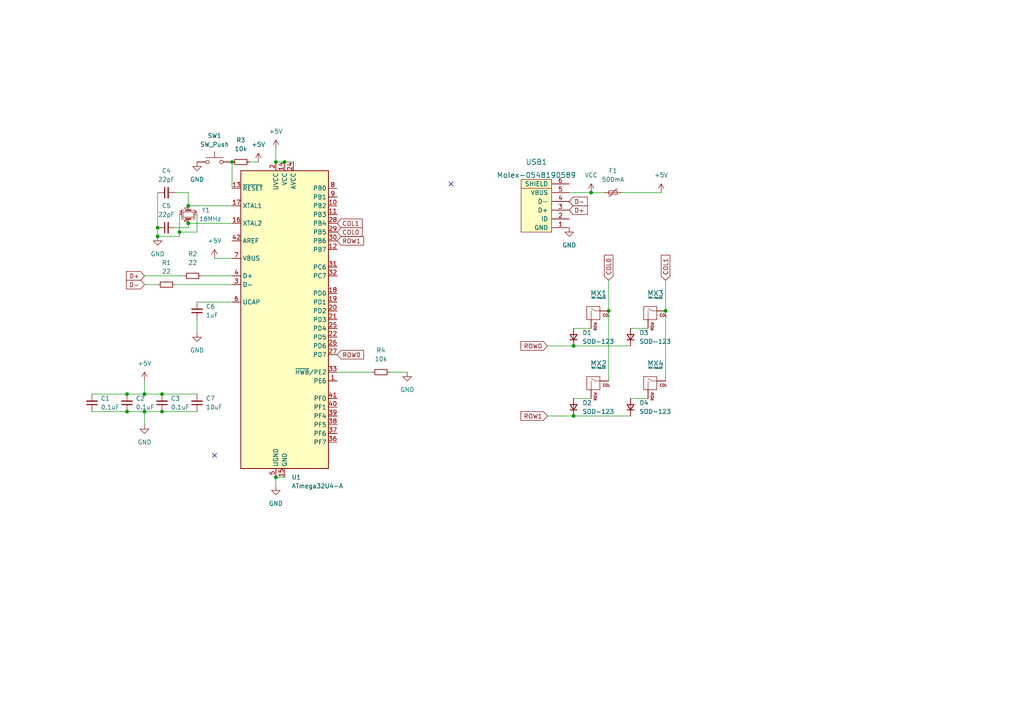
<source format=kicad_sch>
(kicad_sch (version 20211123) (generator eeschema)
  (paper "A4")
  (lib_symbols
    (symbol "Device:C_Small" (pin_numbers hide) (pin_names (offset 0.254) hide)
      (property "Reference" "C" (at 0.254 1.778 0))
      (property "Value" "C_Small" (at 0.254 -2.032 0))
      (symbol "C_Small_0_1"
        (polyline (pts (xy -1.524 -0.508) (xy 1.524 -0.508)) (stroke (width 0.3302)))
        (polyline (pts (xy -1.524 0.508) (xy 1.524 0.508)) (stroke (width 0.3048)))
      )
      (symbol "C_Small_1_1"
        (pin passive line (at 0 2.54 270) (length 2.032) (name "~") (number "1"))
        (pin passive line (at 0 -2.54 90) (length 2.032) (name "~") (number "2"))
      )
    )
    (symbol "Device:Crystal_GND24_Small" (pin_names (offset 1.016) hide)
      (property "Reference" "Y" (at 1.27 4.445 0))
      (property "Value" "Crystal_GND24_Small" (at 1.27 2.54 0))
      (symbol "Crystal_GND24_Small_0_1"
        (rectangle (start -0.762 -1.524) (end 0.762 1.524))
        (polyline (pts (xy -1.27 -0.762) (xy -1.27 0.762)) (stroke (width 0.381)))
        (polyline (pts (xy 1.27 -0.762) (xy 1.27 0.762)) (stroke (width 0.381)))
        (polyline (pts (xy -1.27 -1.27) (xy -1.27 -1.905) (xy 1.27 -1.905) (xy 1.27 -1.27)))
        (polyline (pts (xy -1.27 1.27) (xy -1.27 1.905) (xy 1.27 1.905) (xy 1.27 1.27)))
      )
      (symbol "Crystal_GND24_Small_1_1"
        (pin passive line (at -2.54 0 0) (length 1.27) (name "1") (number "1"))
        (pin passive line (at 0 -2.54 90) (length 0.635) (name "2") (number "2"))
        (pin passive line (at 2.54 0 180) (length 1.27) (name "3") (number "3"))
        (pin passive line (at 0 2.54 270) (length 0.635) (name "4") (number "4"))
      )
    )
    (symbol "Device:D_Small" (pin_numbers hide) (pin_names (offset 0.254) hide)
      (property "Reference" "D" (at -1.27 2.032 0))
      (property "Value" "D_Small" (at -3.81 -2.032 0))
      (symbol "D_Small_0_1"
        (polyline (pts (xy -0.762 -1.016) (xy -0.762 1.016)) (stroke (width 0.254)))
        (polyline (pts (xy -0.762 0) (xy 0.762 0)))
        (polyline (pts (xy 0.762 -1.016) (xy -0.762 0) (xy 0.762 1.016) (xy 0.762 -1.016)) (stroke (width 0.254)))
      )
      (symbol "D_Small_1_1"
        (pin passive line (at -2.54 0 0) (length 1.778) (name "K") (number "1"))
        (pin passive line (at 2.54 0 180) (length 1.778) (name "A") (number "2"))
      )
    )
    (symbol "Device:Polyfuse_Small" (pin_numbers hide) (pin_names (offset 0))
      (property "Reference" "F" (at -1.905 0 90))
      (property "Value" "Polyfuse_Small" (at 1.905 0 90))
      (symbol "Polyfuse_Small_0_1"
        (rectangle (start -0.508 1.27) (end 0.508 -1.27))
        (polyline (pts (xy 0 2.54) (xy 0 -2.54)))
        (polyline (pts (xy -1.016 1.27) (xy -1.016 0.762) (xy 1.016 -0.762) (xy 1.016 -1.27)))
      )
      (symbol "Polyfuse_Small_1_1"
        (pin passive line (at 0 2.54 270) (length 0.635) (name "~") (number "1"))
        (pin passive line (at 0 -2.54 90) (length 0.635) (name "~") (number "2"))
      )
    )
    (symbol "Device:R_Small" (pin_numbers hide) (pin_names (offset 0.254) hide)
      (property "Reference" "R" (at 0.762 0.508 0))
      (property "Value" "R_Small" (at 0.762 -1.016 0))
      (symbol "R_Small_0_1"
        (rectangle (start -0.762 1.778) (end 0.762 -1.778) (stroke (width 0.2032)))
      )
      (symbol "R_Small_1_1"
        (pin passive line (at 0 2.54 270) (length 0.762) (name "~") (number "1"))
        (pin passive line (at 0 -2.54 90) (length 0.762) (name "~") (number "2"))
      )
    )
    (symbol "MCU_Microchip_ATmega:ATmega32U4-A"
      (property "Reference" "U" (at -12.7 44.45 0))
      (property "Value" "ATmega32U4-A" (at 2.54 -44.45 0))
      (symbol "ATmega32U4-A_0_1"
        (rectangle (start -12.7 -43.18) (end 12.7 43.18) (stroke (width 0.254)) (fill (type background)))
      )
      (symbol "ATmega32U4-A_1_1"
        (pin bidirectional line (at 15.24 -17.78 180) (length 2.54) (name "PE6") (number "1"))
        (pin bidirectional line (at 15.24 33.02 180) (length 2.54) (name "PB2") (number "10"))
        (pin bidirectional line (at 15.24 30.48 180) (length 2.54) (name "PB3") (number "11"))
        (pin bidirectional line (at 15.24 20.32 180) (length 2.54) (name "PB7") (number "12"))
        (pin input line (at -15.24 38.1 0) (length 2.54) (name "~{RESET}") (number "13"))
        (pin power_in line (at 0 45.72 270) (length 2.54) (name "VCC") (number "14"))
        (pin power_in line (at 0 -45.72 90) (length 2.54) (name "GND") (number "15"))
        (pin output line (at -15.24 27.94 0) (length 2.54) (name "XTAL2") (number "16"))
        (pin input line (at -15.24 33.02 0) (length 2.54) (name "XTAL1") (number "17"))
        (pin bidirectional line (at 15.24 7.62 180) (length 2.54) (name "PD0") (number "18"))
        (pin bidirectional line (at 15.24 5.08 180) (length 2.54) (name "PD1") (number "19"))
        (pin power_in line (at -2.54 45.72 270) (length 2.54) (name "UVCC") (number "2"))
        (pin bidirectional line (at 15.24 2.54 180) (length 2.54) (name "PD2") (number "20"))
        (pin bidirectional line (at 15.24 0 180) (length 2.54) (name "PD3") (number "21"))
        (pin bidirectional line (at 15.24 -5.08 180) (length 2.54) (name "PD5") (number "22"))
        (pin passive line (at 0 -45.72 90) (length 2.54) hide (name "GND") (number "23"))
        (pin power_in line (at 2.54 45.72 270) (length 2.54) (name "AVCC") (number "24"))
        (pin bidirectional line (at 15.24 -2.54 180) (length 2.54) (name "PD4") (number "25"))
        (pin bidirectional line (at 15.24 -7.62 180) (length 2.54) (name "PD6") (number "26"))
        (pin bidirectional line (at 15.24 -10.16 180) (length 2.54) (name "PD7") (number "27"))
        (pin bidirectional line (at 15.24 27.94 180) (length 2.54) (name "PB4") (number "28"))
        (pin bidirectional line (at 15.24 25.4 180) (length 2.54) (name "PB5") (number "29"))
        (pin bidirectional line (at -15.24 10.16 0) (length 2.54) (name "D-") (number "3"))
        (pin bidirectional line (at 15.24 22.86 180) (length 2.54) (name "PB6") (number "30"))
        (pin bidirectional line (at 15.24 15.24 180) (length 2.54) (name "PC6") (number "31"))
        (pin bidirectional line (at 15.24 12.7 180) (length 2.54) (name "PC7") (number "32"))
        (pin bidirectional line (at 15.24 -15.24 180) (length 2.54) (name "~{HWB}/PE2") (number "33"))
        (pin passive line (at 0 45.72 270) (length 2.54) hide (name "VCC") (number "34"))
        (pin passive line (at 0 -45.72 90) (length 2.54) hide (name "GND") (number "35"))
        (pin bidirectional line (at 15.24 -35.56 180) (length 2.54) (name "PF7") (number "36"))
        (pin bidirectional line (at 15.24 -33.02 180) (length 2.54) (name "PF6") (number "37"))
        (pin bidirectional line (at 15.24 -30.48 180) (length 2.54) (name "PF5") (number "38"))
        (pin bidirectional line (at 15.24 -27.94 180) (length 2.54) (name "PF4") (number "39"))
        (pin bidirectional line (at -15.24 12.7 0) (length 2.54) (name "D+") (number "4"))
        (pin bidirectional line (at 15.24 -25.4 180) (length 2.54) (name "PF1") (number "40"))
        (pin bidirectional line (at 15.24 -22.86 180) (length 2.54) (name "PF0") (number "41"))
        (pin passive line (at -15.24 22.86 0) (length 2.54) (name "AREF") (number "42"))
        (pin passive line (at 0 -45.72 90) (length 2.54) hide (name "GND") (number "43"))
        (pin passive line (at 2.54 45.72 270) (length 2.54) hide (name "AVCC") (number "44"))
        (pin passive line (at -2.54 -45.72 90) (length 2.54) (name "UGND") (number "5"))
        (pin passive line (at -15.24 5.08 0) (length 2.54) (name "UCAP") (number "6"))
        (pin input line (at -15.24 17.78 0) (length 2.54) (name "VBUS") (number "7"))
        (pin bidirectional line (at 15.24 38.1 180) (length 2.54) (name "PB0") (number "8"))
        (pin bidirectional line (at 15.24 35.56 180) (length 2.54) (name "PB1") (number "9"))
      )
    )
    (symbol "MX_Alps_Hybrid:MX-NoLED" (pin_names (offset 1.016))
      (property "Reference" "MX" (at -0.635 3.81 0))
      (property "Value" "MX-NoLED" (at -0.635 1.27 0))
      (symbol "MX-NoLED_0_0"
        (rectangle (start -2.54 2.54) (end 1.27 -1.27))
        (polyline (pts (xy -1.27 -1.27) (xy -1.27 1.27)) (stroke (width 0.127)))
        (polyline (pts (xy 1.27 1.27) (xy 0 1.27) (xy -1.27 1.905)) (stroke (width 0.127)))
        (text "COL" (at 3.175 0 0) (effects (font (size 0.762 0.762))))
        (text "ROW" (at 0 -1.905 900) (effects (font (size 0.762 0.762)) (justify right)))
      )
      (symbol "MX-NoLED_1_1"
        (pin passive line (at 3.81 1.27 180) (length 2.54) (name "COL") (number "1"))
        (pin passive line (at -1.27 -3.81 90) (length 2.54) (name "ROW") (number "2"))
      )
    )
    (symbol "Switch:SW_Push" (pin_numbers hide) (pin_names (offset 1.016) hide)
      (property "Reference" "SW" (at 1.27 2.54 0))
      (property "Value" "SW_Push" (at 0 -1.524 0))
      (symbol "SW_Push_0_1"
        (circle (center -2.032 0) (radius 0.508))
        (polyline (pts (xy 0 1.27) (xy 0 3.048)))
        (polyline (pts (xy 2.54 1.27) (xy -2.54 1.27)))
        (circle (center 2.032 0) (radius 0.508))
        (pin passive line (at -5.08 0 0) (length 2.54) (name "1") (number "1"))
        (pin passive line (at 5.08 0 180) (length 2.54) (name "2") (number "2"))
      )
    )
    (symbol "power:+5V" (power) (pin_names (offset 0))
      (property "Value" "+5V" (at 0 3.556 0))
      (symbol "+5V_0_1"
        (polyline (pts (xy -0.762 1.27) (xy 0 2.54)))
        (polyline (pts (xy 0 0) (xy 0 2.54)))
        (polyline (pts (xy 0 2.54) (xy 0.762 1.27)))
      )
      (symbol "+5V_1_1"
        (pin power_in line (at 0 0 90) (length 0) hide (name "+5V") (number "1"))
      )
    )
    (symbol "power:GND" (power) (pin_names (offset 0))
      (property "Value" "GND" (at 0 -3.81 0))
      (symbol "GND_0_1"
        (polyline (pts (xy 0 0) (xy 0 -1.27) (xy 1.27 -1.27) (xy 0 -2.54) (xy -1.27 -1.27) (xy 0 -1.27)))
      )
      (symbol "GND_1_1"
        (pin power_in line (at 0 0 270) (length 0) hide (name "GND") (number "1"))
      )
    )
    (symbol "power:VCC" (power) (pin_names (offset 0))
      (property "Value" "VCC" (at 0 3.81 0))
      (symbol "VCC_0_1"
        (polyline (pts (xy -0.762 1.27) (xy 0 2.54)))
        (polyline (pts (xy 0 0) (xy 0 2.54)))
        (polyline (pts (xy 0 2.54) (xy 0.762 1.27)))
      )
      (symbol "VCC_1_1"
        (pin power_in line (at 0 0 90) (length 0) hide (name "VCC") (number "1"))
      )
    )
    (symbol "random-keyboard-parts:Molex-0548190589" (pin_names (offset 1.016))
      (property "Reference" "USB" (at 0 7.62 0))
      (property "Value" "Molex-0548190589" (at 0 10.16 0))
      (symbol "Molex-0548190589_0_0"
        (polyline (pts (xy 6.35 -2.54) (xy 6.35 6.35)))
        (rectangle (start 8.89 -2.54) (end -6.35 6.35) (fill (type background)))
      )
      (symbol "Molex-0548190589_1_1"
        (pin input line (at -5.08 -7.62 90) (length 5.08) (name "GND") (number "1"))
        (pin input line (at -2.54 -7.62 90) (length 5.08) (name "ID") (number "2"))
        (pin input line (at 0 -7.62 90) (length 5.08) (name "D+") (number "3"))
        (pin input line (at 2.54 -7.62 90) (length 5.08) (name "D-") (number "4"))
        (pin input line (at 5.08 -7.62 90) (length 5.08) (name "VBUS") (number "5"))
        (pin input line (at 7.62 -7.62 90) (length 5.08) (name "SHIELD") (number "6"))
      )
    )
  )
  (junction (at 80.01 46.99))
  (junction (at 45.72 66.04))
  (junction (at 82.55 46.99))
  (junction (at 166.37 120.65))
  (junction (at 193.04 90.17))
  (junction (at 36.83 114.3))
  (junction (at 176.53 90.17))
  (junction (at 45.72 68.58))
  (junction (at 54.61 59.69))
  (junction (at 67.31 46.99))
  (junction (at 52.07 67.31))
  (junction (at 36.83 119.38))
  (junction (at 41.91 119.38))
  (junction (at 171.45 55.88))
  (junction (at 80.01 138.43))
  (junction (at 46.99 114.3))
  (junction (at 46.99 119.38))
  (junction (at 54.61 64.77))
  (junction (at 166.37 100.33))
  (junction (at 41.91 114.3))
  (no_connect (at 130.81 53.34))
  (no_connect (at 62.23 132.08))
  (wire (pts (xy 80.01 43.18) (xy 80.01 46.99)))
  (wire (pts (xy 82.55 46.99) (xy 85.09 46.99)))
  (wire (pts (xy 46.99 119.38) (xy 57.15 119.38)))
  (wire (pts (xy 36.83 119.38) (xy 41.91 119.38)))
  (wire (pts (xy 158.75 100.33) (xy 166.37 100.33)))
  (wire (pts (xy 36.83 114.3) (xy 41.91 114.3)))
  (wire (pts (xy 52.07 67.31) (xy 52.07 68.58)))
  (wire (pts (xy 176.53 90.17) (xy 176.53 110.49)))
  (wire (pts (xy 52.07 68.58) (xy 45.72 68.58)))
  (wire (pts (xy 67.31 46.99) (xy 67.31 54.61)))
  (wire (pts (xy 193.04 81.28) (xy 193.04 90.17)))
  (wire (pts (xy 166.37 120.65) (xy 182.88 120.65)))
  (wire (pts (xy 182.88 95.25) (xy 187.96 95.25)))
  (wire (pts (xy 80.01 138.43) (xy 82.55 138.43)))
  (wire (pts (xy 54.61 55.88) (xy 50.8 55.88)))
  (wire (pts (xy 80.01 138.43) (xy 80.01 140.97)))
  (wire (pts (xy 171.45 55.88) (xy 175.26 55.88)))
  (wire (pts (xy 62.23 74.93) (xy 67.31 74.93)))
  (wire (pts (xy 166.37 100.33) (xy 182.88 100.33)))
  (wire (pts (xy 54.61 66.04) (xy 50.8 66.04)))
  (wire (pts (xy 180.34 55.88) (xy 191.77 55.88)))
  (wire (pts (xy 165.1 55.88) (xy 171.45 55.88)))
  (wire (pts (xy 46.99 114.3) (xy 57.15 114.3)))
  (wire (pts (xy 41.91 119.38) (xy 41.91 123.19)))
  (wire (pts (xy 52.07 67.31) (xy 52.07 62.23)))
  (wire (pts (xy 41.91 114.3) (xy 46.99 114.3)))
  (wire (pts (xy 57.15 62.23) (xy 57.15 67.31)))
  (wire (pts (xy 58.42 80.01) (xy 67.31 80.01)))
  (wire (pts (xy 166.37 115.57) (xy 171.45 115.57)))
  (wire (pts (xy 182.88 115.57) (xy 187.96 115.57)))
  (wire (pts (xy 57.15 92.71) (xy 57.15 96.52)))
  (wire (pts (xy 54.61 64.77) (xy 67.31 64.77)))
  (wire (pts (xy 50.8 82.55) (xy 67.31 82.55)))
  (wire (pts (xy 72.39 46.99) (xy 74.93 46.99)))
  (wire (pts (xy 45.72 66.04) (xy 45.72 68.58)))
  (wire (pts (xy 54.61 64.77) (xy 54.61 66.04)))
  (wire (pts (xy 45.72 55.88) (xy 45.72 66.04)))
  (wire (pts (xy 41.91 82.55) (xy 45.72 82.55)))
  (wire (pts (xy 54.61 59.69) (xy 67.31 59.69)))
  (wire (pts (xy 113.03 107.95) (xy 118.11 107.95)))
  (wire (pts (xy 166.37 95.25) (xy 171.45 95.25)))
  (wire (pts (xy 158.75 120.65) (xy 166.37 120.65)))
  (wire (pts (xy 176.53 81.28) (xy 176.53 90.17)))
  (wire (pts (xy 41.91 119.38) (xy 46.99 119.38)))
  (wire (pts (xy 54.61 55.88) (xy 54.61 59.69)))
  (wire (pts (xy 26.67 119.38) (xy 36.83 119.38)))
  (wire (pts (xy 97.79 107.95) (xy 107.95 107.95)))
  (wire (pts (xy 41.91 80.01) (xy 53.34 80.01)))
  (wire (pts (xy 57.15 87.63) (xy 67.31 87.63)))
  (wire (pts (xy 193.04 90.17) (xy 193.04 110.49)))
  (wire (pts (xy 41.91 110.49) (xy 41.91 114.3)))
  (wire (pts (xy 80.01 46.99) (xy 82.55 46.99)))
  (wire (pts (xy 26.67 114.3) (xy 36.83 114.3)))
  (wire (pts (xy 57.15 67.31) (xy 52.07 67.31)))
  (global_label "COL1" (shape input) (at 193.04 81.28 90) (property "Intersheet References" "${INTERSHEET_REFS}" (effects hide)))
  (global_label "ROW1" (shape input) (at 97.79 69.85 0) (property "Intersheet References" "${INTERSHEET_REFS}" (effects hide)))
  (global_label "D-" (shape input) (at 41.91 82.55 180) (property "Intersheet References" "${INTERSHEET_REFS}" (effects hide)))
  (global_label "ROW1" (shape input) (at 158.75 120.65 180) (property "Intersheet References" "${INTERSHEET_REFS}" (effects hide)))
  (global_label "COL0" (shape input) (at 97.79 67.31 0) (property "Intersheet References" "${INTERSHEET_REFS}" (effects hide)))
  (global_label "D-" (shape input) (at 165.1 58.42 0) (property "Intersheet References" "${INTERSHEET_REFS}" (effects hide)))
  (global_label "ROW0" (shape input) (at 158.75 100.33 180) (property "Intersheet References" "${INTERSHEET_REFS}" (effects hide)))
  (global_label "D+" (shape input) (at 41.91 80.01 180) (property "Intersheet References" "${INTERSHEET_REFS}" (effects hide)))
  (global_label "D+" (shape input) (at 165.1 60.96 0) (property "Intersheet References" "${INTERSHEET_REFS}" (effects hide)))
  (global_label "ROW0" (shape input) (at 97.79 102.87 0) (property "Intersheet References" "${INTERSHEET_REFS}" (effects hide)))
  (global_label "COL1" (shape input) (at 97.79 64.77 0) (property "Intersheet References" "${INTERSHEET_REFS}" (effects hide)))
  (global_label "COL0" (shape input) (at 176.53 81.28 90) (property "Intersheet References" "${INTERSHEET_REFS}" (effects hide)))
  (symbol (lib_id "Device:D_Small") (at 166.37 118.11 90) (unit 1)
    (property "Reference" "D2" (at 168.91 116.8399 90) (effects (justify right)))
    (property "Value" "SOD-123" (at 168.91 119.3799 90) (effects (justify right)))
    (property "Footprint" "Diode_SMD:D_SOD-123" (effects hide))
  )
  (symbol (lib_id "Device:R_Small") (at 69.85 46.99 90) (unit 1)
    (property "Reference" "R3" (at 69.85 40.64 90))
    (property "Value" "10k" (at 69.85 43.18 90))
    (property "Footprint" "Resistor_SMD:R_0805_2012Metric" (effects hide))
  )
  (symbol (lib_id "Device:C_Small") (at 48.26 55.88 90) (unit 1)
    (property "Reference" "C4" (at 48.2663 49.53 90))
    (property "Value" "22pF" (at 48.2663 52.07 90))
    (property "Footprint" "Capacitor_SMD:C_0805_2012Metric" (effects hide))
  )
  (symbol (lib_id "power:GND") (at 45.72 68.58 0) (unit 1)
    (property "Reference" "#PWR0106" (effects hide))
    (property "Value" "GND" (at 45.72 73.66 0))
  )
  (symbol (lib_id "Switch:SW_Push") (at 62.23 46.99 0) (unit 1)
    (property "Reference" "SW1" (at 62.23 39.37 0))
    (property "Value" "SW_Push" (at 62.23 41.91 0))
    (property "Footprint" "random-keyboard-parts:SKQG-1155865" (effects hide))
  )
  (symbol (lib_id "power:+5V") (at 80.01 43.18 0) (unit 1)
    (property "Reference" "#PWR0109" (effects hide))
    (property "Value" "+5V" (at 80.01 38.1 0))
  )
  (symbol (lib_id "Device:Crystal_GND24_Small") (at 54.61 62.23 270) (unit 1)
    (property "Reference" "Y1" (at 59.69 60.96 90))
    (property "Value" "16MHz" (at 60.96 63.5 90))
    (property "Footprint" "Crystal:Crystal_SMD_3225-4Pin_3.2x2.5mm" (effects hide))
  )
  (symbol (lib_id "power:GND") (at 118.11 107.95 0) (unit 1)
    (property "Reference" "#PWR0105" (effects hide))
    (property "Value" "GND" (at 118.11 113.03 0))
  )
  (symbol (lib_id "power:+5V") (at 62.23 74.93 0) (unit 1)
    (property "Reference" "#PWR0107" (effects hide))
    (property "Value" "+5V" (at 62.23 69.85 0))
  )
  (symbol (lib_id "power:GND") (at 41.91 123.19 0) (unit 1)
    (property "Reference" "#PWR0101" (effects hide))
    (property "Value" "GND" (at 41.91 128.27 0))
  )
  (symbol (lib_id "Device:R_Small") (at 110.49 107.95 90) (unit 1)
    (property "Reference" "R4" (at 110.49 101.6 90))
    (property "Value" "10k" (at 110.49 104.14 90))
    (property "Footprint" "Resistor_SMD:R_0805_2012Metric" (effects hide))
  )
  (symbol (lib_id "Device:C_Small") (at 36.83 116.84 180) (unit 1)
    (property "Reference" "C2" (at 39.37 115.5635 0) (effects (justify right)))
    (property "Value" "0.1uF" (at 39.37 118.1035 0) (effects (justify right)))
    (property "Footprint" "Capacitor_SMD:C_0805_2012Metric" (effects hide))
  )
  (symbol (lib_id "power:GND") (at 57.15 96.52 0) (unit 1)
    (property "Reference" "#PWR0104" (effects hide))
    (property "Value" "GND" (at 57.15 101.6 0))
  )
  (symbol (lib_id "Device:C_Small") (at 48.26 66.04 90) (unit 1)
    (property "Reference" "C5" (at 48.2663 59.69 90))
    (property "Value" "22pF" (at 48.2663 62.23 90))
    (property "Footprint" "Capacitor_SMD:C_0805_2012Metric" (effects hide))
  )
  (symbol (lib_id "MCU_Microchip_ATmega:ATmega32U4-A") (at 82.55 92.71 0) (unit 1)
    (property "Reference" "U1" (at 84.5694 138.43 0) (effects (justify left)))
    (property "Value" "ATmega32U4-A" (at 84.5694 140.97 0) (effects (justify left)))
    (property "Footprint" "Package_QFP:TQFP-44_10x10mm_P0.8mm" (effects hide))
    (property "Datasheet" "http://ww1.microchip.com/downloads/en/DeviceDoc/Atmel-7766-8-bit-AVR-ATmega16U4-32U4_Datasheet.pdf" (effects hide))
  )
  (symbol (lib_id "power:+5V") (at 191.77 55.88 0) (unit 1)
    (property "Reference" "#PWR0113" (effects hide))
    (property "Value" "+5V" (at 191.77 50.8 0))
  )
  (symbol (lib_id "Device:D_Small") (at 182.88 97.79 90) (unit 1)
    (property "Reference" "D3" (at 185.42 96.5199 90) (effects (justify right)))
    (property "Value" "SOD-123" (at 185.42 99.0599 90) (effects (justify right)))
    (property "Footprint" "Diode_SMD:D_SOD-123" (effects hide))
  )
  (symbol (lib_id "MX_Alps_Hybrid:MX-NoLED") (at 189.23 91.44 0) (unit 1)
    (property "Reference" "MX3" (at 190.1156 85.09 0) (effects (font (size 1.524 1.524))))
    (property "Value" "MX-NoLED" (at 190.1156 86.36 0) (effects (font (size 0.508 0.508))))
    (property "Footprint" "MX_Alps_Hybrid:MX-1U-NoLED" (effects hide))
  )
  (symbol (lib_id "Device:R_Small") (at 55.88 80.01 90) (unit 1)
    (property "Reference" "R2" (at 55.88 73.66 90))
    (property "Value" "22" (at 55.88 76.2 90))
    (property "Footprint" "Resistor_SMD:R_0805_2012Metric" (effects hide))
  )
  (symbol (lib_id "power:+5V") (at 74.93 46.99 0) (unit 1)
    (property "Reference" "#PWR0110" (effects hide))
    (property "Value" "+5V" (at 74.93 41.91 0))
  )
  (symbol (lib_id "power:GND") (at 80.01 140.97 0) (unit 1)
    (property "Reference" "#PWR0103" (effects hide))
    (property "Value" "GND" (at 80.01 146.05 0))
  )
  (symbol (lib_id "power:VCC") (at 171.45 55.88 0) (unit 1)
    (property "Reference" "#PWR0111" (effects hide))
    (property "Value" "VCC" (at 171.45 50.8 0))
  )
  (symbol (lib_id "Device:C_Small") (at 26.67 116.84 180) (unit 1)
    (property "Reference" "C1" (at 29.21 115.5635 0) (effects (justify right)))
    (property "Value" "0.1uF" (at 29.21 118.1035 0) (effects (justify right)))
    (property "Footprint" "Capacitor_SMD:C_0805_2012Metric" (effects hide))
  )
  (symbol (lib_id "Device:C_Small") (at 46.99 116.84 180) (unit 1)
    (property "Reference" "C3" (at 49.53 115.5635 0) (effects (justify right)))
    (property "Value" "0.1uF" (at 49.53 118.1035 0) (effects (justify right)))
    (property "Footprint" "Capacitor_SMD:C_0805_2012Metric" (effects hide))
  )
  (symbol (lib_id "power:GND") (at 165.1 66.04 0) (unit 1)
    (property "Reference" "#PWR0112" (effects hide))
    (property "Value" "GND" (at 165.1 71.12 0))
  )
  (symbol (lib_id "Device:Polyfuse_Small") (at 177.8 55.88 90) (unit 1)
    (property "Reference" "F1" (at 177.8 49.53 90))
    (property "Value" "500mA" (at 177.8 52.07 90))
    (property "Footprint" "Fuse:Fuse_1206_3216Metric" (effects hide))
  )
  (symbol (lib_id "Device:C_Small") (at 57.15 116.84 180) (unit 1)
    (property "Reference" "C7" (at 59.69 115.5635 0) (effects (justify right)))
    (property "Value" "10uF" (at 59.69 118.1035 0) (effects (justify right)))
    (property "Footprint" "Capacitor_SMD:C_0805_2012Metric" (effects hide))
  )
  (symbol (lib_id "Device:D_Small") (at 166.37 97.79 90) (unit 1)
    (property "Reference" "D1" (at 168.91 96.5199 90) (effects (justify right)))
    (property "Value" "SOD-123" (at 168.91 99.0599 90) (effects (justify right)))
    (property "Footprint" "Diode_SMD:D_SOD-123" (effects hide))
  )
  (symbol (lib_id "Device:C_Small") (at 57.15 90.17 180) (unit 1)
    (property "Reference" "C6" (at 59.69 88.8935 0) (effects (justify right)))
    (property "Value" "1uF" (at 59.69 91.4335 0) (effects (justify right)))
    (property "Footprint" "Capacitor_SMD:C_0805_2012Metric" (effects hide))
  )
  (symbol (lib_id "power:GND") (at 57.15 46.99 0) (unit 1)
    (property "Reference" "#PWR0108" (effects hide))
    (property "Value" "GND" (at 57.15 52.07 0))
  )
  (symbol (lib_id "MX_Alps_Hybrid:MX-NoLED") (at 172.72 91.44 0) (unit 1)
    (property "Reference" "MX1" (at 173.6056 85.09 0) (effects (font (size 1.524 1.524))))
    (property "Value" "MX-NoLED" (at 173.6056 86.36 0) (effects (font (size 0.508 0.508))))
    (property "Footprint" "MX_Alps_Hybrid:MX-1U-NoLED" (effects hide))
  )
  (symbol (lib_id "Device:D_Small") (at 182.88 118.11 90) (unit 1)
    (property "Reference" "D4" (at 185.42 116.8399 90) (effects (justify right)))
    (property "Value" "SOD-123" (at 185.42 119.3799 90) (effects (justify right)))
    (property "Footprint" "Diode_SMD:D_SOD-123" (effects hide))
  )
  (symbol (lib_id "MX_Alps_Hybrid:MX-NoLED") (at 172.72 111.76 0) (unit 1)
    (property "Reference" "MX2" (at 173.6056 105.41 0) (effects (font (size 1.524 1.524))))
    (property "Value" "MX-NoLED" (at 173.6056 106.68 0) (effects (font (size 0.508 0.508))))
    (property "Footprint" "MX_Alps_Hybrid:MX-1U-NoLED" (effects hide))
  )
  (symbol (lib_id "random-keyboard-parts:Molex-0548190589") (at 157.48 60.96 90) (unit 1)
    (property "Reference" "USB1" (at 155.575 46.99 90) (effects (font (size 1.524 1.524))))
    (property "Value" "Molex-0548190589" (at 155.575 50.8 90) (effects (font (size 1.524 1.524))))
    (property "Footprint" "random-keyboard-parts:Molex-0548190589" (effects hide))
  )
  (symbol (lib_id "power:+5V") (at 41.91 110.49 0) (unit 1)
    (property "Reference" "#PWR0102" (effects hide))
    (property "Value" "+5V" (at 41.91 105.41 0))
  )
  (symbol (lib_id "MX_Alps_Hybrid:MX-NoLED") (at 189.23 111.76 0) (unit 1)
    (property "Reference" "MX4" (at 190.1156 105.41 0) (effects (font (size 1.524 1.524))))
    (property "Value" "MX-NoLED" (at 190.1156 106.68 0) (effects (font (size 0.508 0.508))))
    (property "Footprint" "MX_Alps_Hybrid:MX-1U-NoLED" (effects hide))
  )
  (symbol (lib_id "Device:R_Small") (at 48.26 82.55 90) (unit 1)
    (property "Reference" "R1" (at 48.26 76.2 90))
    (property "Value" "22" (at 48.26 78.74 90))
    (property "Footprint" "Resistor_SMD:R_0805_2012Metric" (effects hide))
  )
)
</source>
